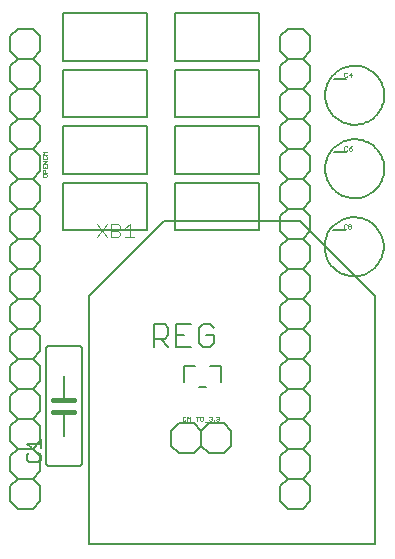
<source format=gto>
G75*
G70*
%OFA0B0*%
%FSLAX24Y24*%
%IPPOS*%
%LPD*%
%AMOC8*
5,1,8,0,0,1.08239X$1,22.5*
%
%ADD10C,0.0060*%
%ADD11C,0.0020*%
%ADD12C,0.0080*%
%ADD13C,0.0160*%
%ADD14C,0.0050*%
%ADD15C,0.0010*%
%ADD16C,0.0040*%
D10*
X006649Y005060D02*
X006649Y005560D01*
X006899Y005810D01*
X006649Y006060D01*
X006649Y006560D01*
X006899Y006810D01*
X006649Y007060D01*
X006649Y007560D01*
X006899Y007810D01*
X006649Y008060D01*
X006649Y008560D01*
X006899Y008810D01*
X006649Y009060D01*
X006649Y009560D01*
X006899Y009810D01*
X006649Y010060D01*
X006649Y010560D01*
X006899Y010810D01*
X007399Y010810D01*
X007649Y010560D01*
X007649Y010060D01*
X007399Y009810D01*
X007649Y009560D01*
X007649Y009060D01*
X007399Y008810D01*
X006899Y008810D01*
X007399Y008810D02*
X007649Y008560D01*
X007649Y008060D01*
X007399Y007810D01*
X007649Y007560D01*
X007649Y007060D01*
X007399Y006810D01*
X007649Y006560D01*
X007649Y006060D01*
X007399Y005810D01*
X007649Y005560D01*
X007649Y005060D01*
X007399Y004810D01*
X006899Y004810D01*
X006649Y005060D01*
X006899Y005810D02*
X007399Y005810D01*
X007936Y006251D02*
X008936Y006251D01*
X008953Y006253D01*
X008970Y006257D01*
X008986Y006264D01*
X009000Y006274D01*
X009013Y006287D01*
X009023Y006301D01*
X009030Y006317D01*
X009034Y006334D01*
X009036Y006351D01*
X009036Y010151D01*
X009034Y010168D01*
X009030Y010185D01*
X009023Y010201D01*
X009013Y010215D01*
X009000Y010228D01*
X008986Y010238D01*
X008970Y010245D01*
X008953Y010249D01*
X008936Y010251D01*
X007936Y010251D01*
X007919Y010249D01*
X007902Y010245D01*
X007886Y010238D01*
X007872Y010228D01*
X007859Y010215D01*
X007849Y010201D01*
X007842Y010185D01*
X007838Y010168D01*
X007836Y010151D01*
X007836Y006351D01*
X007838Y006334D01*
X007842Y006317D01*
X007849Y006301D01*
X007859Y006287D01*
X007872Y006274D01*
X007886Y006264D01*
X007902Y006257D01*
X007919Y006253D01*
X007936Y006251D01*
X007399Y006810D02*
X006899Y006810D01*
X006899Y007810D02*
X007399Y007810D01*
X008436Y008051D02*
X008436Y007251D01*
X008436Y008451D02*
X008436Y009251D01*
X007399Y009810D02*
X006899Y009810D01*
X006899Y010810D02*
X006649Y011060D01*
X006649Y011560D01*
X006899Y011810D01*
X007399Y011810D01*
X007649Y011560D01*
X007649Y011060D01*
X007399Y010810D01*
X006899Y010810D01*
X006899Y011810D02*
X006649Y012060D01*
X006649Y012560D01*
X006899Y012810D01*
X006649Y013060D01*
X006649Y013560D01*
X006899Y013810D01*
X006649Y014060D01*
X006649Y014560D01*
X006899Y014810D01*
X006649Y015060D01*
X006649Y015560D01*
X006899Y015810D01*
X006649Y016060D01*
X006649Y016560D01*
X006899Y016810D01*
X006649Y017060D01*
X006649Y017560D01*
X006899Y017810D01*
X006649Y018060D01*
X006649Y018560D01*
X006899Y018810D01*
X006649Y019060D01*
X006649Y019560D01*
X006899Y019810D01*
X006649Y020060D01*
X006649Y020560D01*
X006899Y020810D01*
X007399Y020810D01*
X007649Y020560D01*
X007649Y020060D01*
X007399Y019810D01*
X007649Y019560D01*
X007649Y019060D01*
X007399Y018810D01*
X006899Y018810D01*
X007399Y018810D02*
X007649Y018560D01*
X007649Y018060D01*
X007399Y017810D01*
X007649Y017560D01*
X007649Y017060D01*
X007399Y016810D01*
X007649Y016560D01*
X007649Y016060D01*
X007399Y015810D01*
X007649Y015560D01*
X007649Y015060D01*
X007399Y014810D01*
X007649Y014560D01*
X007649Y014060D01*
X007399Y013810D01*
X007649Y013560D01*
X007649Y013060D01*
X007399Y012810D01*
X007649Y012560D01*
X007649Y012060D01*
X007399Y011810D01*
X006899Y011810D01*
X006899Y012810D02*
X007399Y012810D01*
X007399Y013810D02*
X006899Y013810D01*
X006899Y014810D02*
X007399Y014810D01*
X007399Y015810D02*
X006899Y015810D01*
X006899Y016810D02*
X007399Y016810D01*
X007399Y017810D02*
X006899Y017810D01*
X006899Y019810D02*
X007399Y019810D01*
X015649Y020060D02*
X015649Y020560D01*
X015899Y020810D01*
X016399Y020810D01*
X016649Y020560D01*
X016649Y020060D01*
X016399Y019810D01*
X016649Y019560D01*
X016649Y019060D01*
X016399Y018810D01*
X015899Y018810D01*
X015649Y019060D01*
X015649Y019560D01*
X015899Y019810D01*
X015649Y020060D01*
X015899Y019810D02*
X016399Y019810D01*
X016399Y018810D02*
X016649Y018560D01*
X016649Y018060D01*
X016399Y017810D01*
X016649Y017560D01*
X016649Y017060D01*
X016399Y016810D01*
X016649Y016560D01*
X016649Y016060D01*
X016399Y015810D01*
X016649Y015560D01*
X016649Y015060D01*
X016399Y014810D01*
X016649Y014560D01*
X016649Y014060D01*
X016399Y013810D01*
X016649Y013560D01*
X016649Y013060D01*
X016399Y012810D01*
X016649Y012560D01*
X016649Y012060D01*
X016399Y011810D01*
X016649Y011560D01*
X016649Y011060D01*
X016399Y010810D01*
X016649Y010560D01*
X016649Y010060D01*
X016399Y009810D01*
X016649Y009560D01*
X016649Y009060D01*
X016399Y008810D01*
X015899Y008810D01*
X015649Y009060D01*
X015649Y009560D01*
X015899Y009810D01*
X015649Y010060D01*
X015649Y010560D01*
X015899Y010810D01*
X016399Y010810D01*
X015899Y010810D01*
X015649Y011060D01*
X015649Y011560D01*
X015899Y011810D01*
X016399Y011810D01*
X015899Y011810D01*
X015649Y012060D01*
X015649Y012560D01*
X015899Y012810D01*
X015649Y013060D01*
X015649Y013560D01*
X015899Y013810D01*
X015649Y014060D01*
X015649Y014560D01*
X015899Y014810D01*
X015649Y015060D01*
X015649Y015560D01*
X015899Y015810D01*
X015649Y016060D01*
X015649Y016560D01*
X015899Y016810D01*
X015649Y017060D01*
X015649Y017560D01*
X015899Y017810D01*
X015649Y018060D01*
X015649Y018560D01*
X015899Y018810D01*
X015899Y017810D02*
X016399Y017810D01*
X016399Y016810D02*
X015899Y016810D01*
X015899Y015810D02*
X016399Y015810D01*
X016399Y014810D02*
X015899Y014810D01*
X015899Y013810D02*
X016399Y013810D01*
X016399Y012810D02*
X015899Y012810D01*
X015899Y009810D02*
X016399Y009810D01*
X016399Y008810D02*
X016649Y008560D01*
X016649Y008060D01*
X016399Y007810D01*
X016649Y007560D01*
X016649Y007060D01*
X016399Y006810D01*
X016649Y006560D01*
X016649Y006060D01*
X016399Y005810D01*
X016649Y005560D01*
X016649Y005060D01*
X016399Y004810D01*
X015899Y004810D01*
X015649Y005060D01*
X015649Y005560D01*
X015899Y005810D01*
X015649Y006060D01*
X015649Y006560D01*
X015899Y006810D01*
X015649Y007060D01*
X015649Y007560D01*
X015899Y007810D01*
X015649Y008060D01*
X015649Y008560D01*
X015899Y008810D01*
X015899Y007810D02*
X016399Y007810D01*
X016399Y006810D02*
X015899Y006810D01*
X015899Y005810D02*
X016399Y005810D01*
X014011Y006918D02*
X013761Y006668D01*
X013261Y006668D01*
X013011Y006918D01*
X012761Y006668D01*
X012261Y006668D01*
X012011Y006918D01*
X012011Y007418D01*
X012261Y007668D01*
X012761Y007668D01*
X013011Y007418D01*
X013261Y007668D01*
X013761Y007668D01*
X014011Y007418D01*
X014011Y006918D01*
X013011Y006918D02*
X013011Y007418D01*
X012924Y008885D02*
X013184Y008885D01*
X013664Y009055D02*
X013664Y009585D01*
X013294Y009585D01*
X012814Y009585D02*
X012444Y009585D01*
X012444Y009055D01*
D11*
X012465Y007888D02*
X012418Y007888D01*
X012395Y007865D01*
X012395Y007772D01*
X012418Y007748D01*
X012465Y007748D01*
X012488Y007772D01*
X012542Y007748D02*
X012542Y007888D01*
X012589Y007842D01*
X012635Y007888D01*
X012635Y007748D01*
X012689Y007725D02*
X012783Y007725D01*
X012883Y007748D02*
X012883Y007888D01*
X012837Y007888D02*
X012930Y007888D01*
X012984Y007865D02*
X012984Y007772D01*
X013007Y007748D01*
X013054Y007748D01*
X013077Y007772D01*
X013077Y007865D01*
X013054Y007888D01*
X013007Y007888D01*
X012984Y007865D01*
X013131Y007725D02*
X013225Y007725D01*
X013279Y007772D02*
X013302Y007748D01*
X013349Y007748D01*
X013372Y007772D01*
X013372Y007795D01*
X013349Y007818D01*
X013325Y007818D01*
X013349Y007818D02*
X013372Y007842D01*
X013372Y007865D01*
X013349Y007888D01*
X013302Y007888D01*
X013279Y007865D01*
X013426Y007772D02*
X013449Y007772D01*
X013449Y007748D01*
X013426Y007748D01*
X013426Y007772D01*
X013500Y007772D02*
X013523Y007748D01*
X013570Y007748D01*
X013593Y007772D01*
X013593Y007795D01*
X013570Y007818D01*
X013546Y007818D01*
X013570Y007818D02*
X013593Y007842D01*
X013593Y007865D01*
X013570Y007888D01*
X013523Y007888D01*
X013500Y007865D01*
X012488Y007865D02*
X012465Y007888D01*
X007845Y015878D02*
X007752Y015878D01*
X007728Y015901D01*
X007728Y015948D01*
X007752Y015971D01*
X007845Y015971D01*
X007869Y015948D01*
X007869Y015901D01*
X007845Y015878D01*
X007822Y016025D02*
X007822Y016095D01*
X007798Y016119D01*
X007752Y016119D01*
X007728Y016095D01*
X007728Y016025D01*
X007869Y016025D01*
X007869Y016173D02*
X007728Y016173D01*
X007728Y016266D01*
X007728Y016320D02*
X007869Y016413D01*
X007728Y016413D01*
X007752Y016467D02*
X007845Y016467D01*
X007869Y016491D01*
X007869Y016537D01*
X007845Y016561D01*
X007869Y016615D02*
X007728Y016615D01*
X007775Y016661D01*
X007728Y016708D01*
X007869Y016708D01*
X007752Y016561D02*
X007728Y016537D01*
X007728Y016491D01*
X007752Y016467D01*
X007728Y016320D02*
X007869Y016320D01*
X007869Y016266D02*
X007869Y016173D01*
X007798Y016173D02*
X007798Y016219D01*
D12*
X011757Y014414D02*
X016304Y014414D01*
X018794Y011924D01*
X018794Y003627D01*
X009267Y003627D01*
X009267Y011924D01*
X011757Y014414D01*
X011794Y010966D02*
X011424Y010966D01*
X011424Y010225D01*
X011424Y010472D02*
X011794Y010472D01*
X011918Y010595D01*
X011918Y010842D01*
X011794Y010966D01*
X012179Y010966D02*
X012179Y010225D01*
X012673Y010225D01*
X012934Y010349D02*
X013058Y010225D01*
X013304Y010225D01*
X013428Y010349D01*
X013428Y010595D01*
X013181Y010595D01*
X012934Y010349D02*
X012934Y010842D01*
X013058Y010966D01*
X013304Y010966D01*
X013428Y010842D01*
X012673Y010966D02*
X012179Y010966D01*
X012179Y010595D02*
X012426Y010595D01*
X011918Y010225D02*
X011671Y010472D01*
X017409Y014100D02*
X017809Y014100D01*
X017125Y013550D02*
X017127Y013612D01*
X017133Y013675D01*
X017143Y013736D01*
X017157Y013797D01*
X017174Y013857D01*
X017195Y013916D01*
X017221Y013973D01*
X017249Y014028D01*
X017281Y014082D01*
X017317Y014133D01*
X017355Y014183D01*
X017397Y014229D01*
X017441Y014273D01*
X017489Y014314D01*
X017538Y014352D01*
X017590Y014386D01*
X017644Y014417D01*
X017700Y014445D01*
X017758Y014469D01*
X017817Y014490D01*
X017877Y014506D01*
X017938Y014519D01*
X018000Y014528D01*
X018062Y014533D01*
X018125Y014534D01*
X018187Y014531D01*
X018249Y014524D01*
X018311Y014513D01*
X018371Y014498D01*
X018431Y014480D01*
X018489Y014458D01*
X018546Y014432D01*
X018601Y014402D01*
X018654Y014369D01*
X018705Y014333D01*
X018753Y014294D01*
X018799Y014251D01*
X018842Y014206D01*
X018882Y014158D01*
X018919Y014108D01*
X018953Y014055D01*
X018984Y014001D01*
X019010Y013945D01*
X019034Y013887D01*
X019053Y013827D01*
X019069Y013767D01*
X019081Y013705D01*
X019089Y013644D01*
X019093Y013581D01*
X019093Y013519D01*
X019089Y013456D01*
X019081Y013395D01*
X019069Y013333D01*
X019053Y013273D01*
X019034Y013213D01*
X019010Y013155D01*
X018984Y013099D01*
X018953Y013045D01*
X018919Y012992D01*
X018882Y012942D01*
X018842Y012894D01*
X018799Y012849D01*
X018753Y012806D01*
X018705Y012767D01*
X018654Y012731D01*
X018601Y012698D01*
X018546Y012668D01*
X018489Y012642D01*
X018431Y012620D01*
X018371Y012602D01*
X018311Y012587D01*
X018249Y012576D01*
X018187Y012569D01*
X018125Y012566D01*
X018062Y012567D01*
X018000Y012572D01*
X017938Y012581D01*
X017877Y012594D01*
X017817Y012610D01*
X017758Y012631D01*
X017700Y012655D01*
X017644Y012683D01*
X017590Y012714D01*
X017538Y012748D01*
X017489Y012786D01*
X017441Y012827D01*
X017397Y012871D01*
X017355Y012917D01*
X017317Y012967D01*
X017281Y013018D01*
X017249Y013072D01*
X017221Y013127D01*
X017195Y013184D01*
X017174Y013243D01*
X017157Y013303D01*
X017143Y013364D01*
X017133Y013425D01*
X017127Y013488D01*
X017125Y013550D01*
X017145Y016149D02*
X017147Y016211D01*
X017153Y016274D01*
X017163Y016335D01*
X017177Y016396D01*
X017194Y016456D01*
X017215Y016515D01*
X017241Y016572D01*
X017269Y016627D01*
X017301Y016681D01*
X017337Y016732D01*
X017375Y016782D01*
X017417Y016828D01*
X017461Y016872D01*
X017509Y016913D01*
X017558Y016951D01*
X017610Y016985D01*
X017664Y017016D01*
X017720Y017044D01*
X017778Y017068D01*
X017837Y017089D01*
X017897Y017105D01*
X017958Y017118D01*
X018020Y017127D01*
X018082Y017132D01*
X018145Y017133D01*
X018207Y017130D01*
X018269Y017123D01*
X018331Y017112D01*
X018391Y017097D01*
X018451Y017079D01*
X018509Y017057D01*
X018566Y017031D01*
X018621Y017001D01*
X018674Y016968D01*
X018725Y016932D01*
X018773Y016893D01*
X018819Y016850D01*
X018862Y016805D01*
X018902Y016757D01*
X018939Y016707D01*
X018973Y016654D01*
X019004Y016600D01*
X019030Y016544D01*
X019054Y016486D01*
X019073Y016426D01*
X019089Y016366D01*
X019101Y016304D01*
X019109Y016243D01*
X019113Y016180D01*
X019113Y016118D01*
X019109Y016055D01*
X019101Y015994D01*
X019089Y015932D01*
X019073Y015872D01*
X019054Y015812D01*
X019030Y015754D01*
X019004Y015698D01*
X018973Y015644D01*
X018939Y015591D01*
X018902Y015541D01*
X018862Y015493D01*
X018819Y015448D01*
X018773Y015405D01*
X018725Y015366D01*
X018674Y015330D01*
X018621Y015297D01*
X018566Y015267D01*
X018509Y015241D01*
X018451Y015219D01*
X018391Y015201D01*
X018331Y015186D01*
X018269Y015175D01*
X018207Y015168D01*
X018145Y015165D01*
X018082Y015166D01*
X018020Y015171D01*
X017958Y015180D01*
X017897Y015193D01*
X017837Y015209D01*
X017778Y015230D01*
X017720Y015254D01*
X017664Y015282D01*
X017610Y015313D01*
X017558Y015347D01*
X017509Y015385D01*
X017461Y015426D01*
X017417Y015470D01*
X017375Y015516D01*
X017337Y015566D01*
X017301Y015617D01*
X017269Y015671D01*
X017241Y015726D01*
X017215Y015783D01*
X017194Y015842D01*
X017177Y015902D01*
X017163Y015963D01*
X017153Y016024D01*
X017147Y016087D01*
X017145Y016149D01*
X017429Y016699D02*
X017829Y016699D01*
X017145Y018601D02*
X017147Y018663D01*
X017153Y018726D01*
X017163Y018787D01*
X017177Y018848D01*
X017194Y018908D01*
X017215Y018967D01*
X017241Y019024D01*
X017269Y019079D01*
X017301Y019133D01*
X017337Y019184D01*
X017375Y019234D01*
X017417Y019280D01*
X017461Y019324D01*
X017509Y019365D01*
X017558Y019403D01*
X017610Y019437D01*
X017664Y019468D01*
X017720Y019496D01*
X017778Y019520D01*
X017837Y019541D01*
X017897Y019557D01*
X017958Y019570D01*
X018020Y019579D01*
X018082Y019584D01*
X018145Y019585D01*
X018207Y019582D01*
X018269Y019575D01*
X018331Y019564D01*
X018391Y019549D01*
X018451Y019531D01*
X018509Y019509D01*
X018566Y019483D01*
X018621Y019453D01*
X018674Y019420D01*
X018725Y019384D01*
X018773Y019345D01*
X018819Y019302D01*
X018862Y019257D01*
X018902Y019209D01*
X018939Y019159D01*
X018973Y019106D01*
X019004Y019052D01*
X019030Y018996D01*
X019054Y018938D01*
X019073Y018878D01*
X019089Y018818D01*
X019101Y018756D01*
X019109Y018695D01*
X019113Y018632D01*
X019113Y018570D01*
X019109Y018507D01*
X019101Y018446D01*
X019089Y018384D01*
X019073Y018324D01*
X019054Y018264D01*
X019030Y018206D01*
X019004Y018150D01*
X018973Y018096D01*
X018939Y018043D01*
X018902Y017993D01*
X018862Y017945D01*
X018819Y017900D01*
X018773Y017857D01*
X018725Y017818D01*
X018674Y017782D01*
X018621Y017749D01*
X018566Y017719D01*
X018509Y017693D01*
X018451Y017671D01*
X018391Y017653D01*
X018331Y017638D01*
X018269Y017627D01*
X018207Y017620D01*
X018145Y017617D01*
X018082Y017618D01*
X018020Y017623D01*
X017958Y017632D01*
X017897Y017645D01*
X017837Y017661D01*
X017778Y017682D01*
X017720Y017706D01*
X017664Y017734D01*
X017610Y017765D01*
X017558Y017799D01*
X017509Y017837D01*
X017461Y017878D01*
X017417Y017922D01*
X017375Y017968D01*
X017337Y018018D01*
X017301Y018069D01*
X017269Y018123D01*
X017241Y018178D01*
X017215Y018235D01*
X017194Y018294D01*
X017177Y018354D01*
X017163Y018415D01*
X017153Y018476D01*
X017147Y018539D01*
X017145Y018601D01*
X017429Y019151D02*
X017829Y019151D01*
D13*
X008786Y008451D02*
X008436Y008451D01*
X008086Y008451D01*
X008086Y008051D02*
X008436Y008051D01*
X008786Y008051D01*
D14*
X007661Y007137D02*
X007661Y006836D01*
X007661Y006986D02*
X007211Y006986D01*
X007361Y006836D01*
X007286Y006676D02*
X007211Y006601D01*
X007211Y006451D01*
X007286Y006376D01*
X007586Y006376D01*
X007661Y006451D01*
X007661Y006601D01*
X007586Y006676D01*
X008412Y014105D02*
X011208Y014105D01*
X011208Y015680D01*
X008412Y015680D01*
X008412Y014105D01*
X008412Y015987D02*
X011208Y015987D01*
X011208Y017562D01*
X008412Y017562D01*
X008412Y015987D01*
X008412Y017869D02*
X011208Y017869D01*
X011208Y019444D01*
X008412Y019444D01*
X008412Y017869D01*
X008412Y019751D02*
X011208Y019751D01*
X011208Y021326D01*
X008412Y021326D01*
X008412Y019751D01*
X012149Y019751D02*
X014944Y019751D01*
X014944Y021326D01*
X012149Y021326D01*
X012149Y019751D01*
X012149Y019444D02*
X012149Y017869D01*
X014944Y017869D01*
X014944Y019444D01*
X012149Y019444D01*
X012149Y017562D02*
X012149Y015987D01*
X014944Y015987D01*
X014944Y017562D01*
X012149Y017562D01*
X012149Y015680D02*
X012149Y014105D01*
X014944Y014105D01*
X014944Y015680D01*
X012149Y015680D01*
D15*
X017784Y016779D02*
X017809Y016754D01*
X017859Y016754D01*
X017884Y016779D01*
X017931Y016779D02*
X017956Y016754D01*
X018006Y016754D01*
X018031Y016779D01*
X018031Y016804D01*
X018006Y016829D01*
X017931Y016829D01*
X017931Y016779D01*
X017931Y016829D02*
X017981Y016879D01*
X018031Y016904D01*
X017884Y016879D02*
X017859Y016904D01*
X017809Y016904D01*
X017784Y016879D01*
X017784Y016779D01*
X017809Y019206D02*
X017859Y019206D01*
X017884Y019231D01*
X017931Y019281D02*
X018031Y019281D01*
X018006Y019206D02*
X018006Y019356D01*
X017931Y019281D01*
X017884Y019331D02*
X017859Y019356D01*
X017809Y019356D01*
X017784Y019331D01*
X017784Y019231D01*
X017809Y019206D01*
X017789Y014305D02*
X017764Y014280D01*
X017764Y014180D01*
X017789Y014155D01*
X017839Y014155D01*
X017864Y014180D01*
X017911Y014180D02*
X017911Y014205D01*
X017936Y014230D01*
X017987Y014230D01*
X018012Y014205D01*
X018012Y014180D01*
X017987Y014155D01*
X017936Y014155D01*
X017911Y014180D01*
X017936Y014230D02*
X017911Y014255D01*
X017911Y014280D01*
X017936Y014305D01*
X017987Y014305D01*
X018012Y014280D01*
X018012Y014255D01*
X017987Y014230D01*
X017864Y014280D02*
X017839Y014305D01*
X017789Y014305D01*
D16*
X010778Y013861D02*
X010471Y013861D01*
X010625Y013861D02*
X010625Y014322D01*
X010471Y014168D01*
X010318Y014168D02*
X010241Y014092D01*
X010011Y014092D01*
X010011Y014322D02*
X010011Y013861D01*
X010241Y013861D01*
X010318Y013938D01*
X010318Y014015D01*
X010241Y014092D01*
X010318Y014168D02*
X010318Y014245D01*
X010241Y014322D01*
X010011Y014322D01*
X009857Y014322D02*
X009550Y013861D01*
X009857Y013861D02*
X009550Y014322D01*
M02*

</source>
